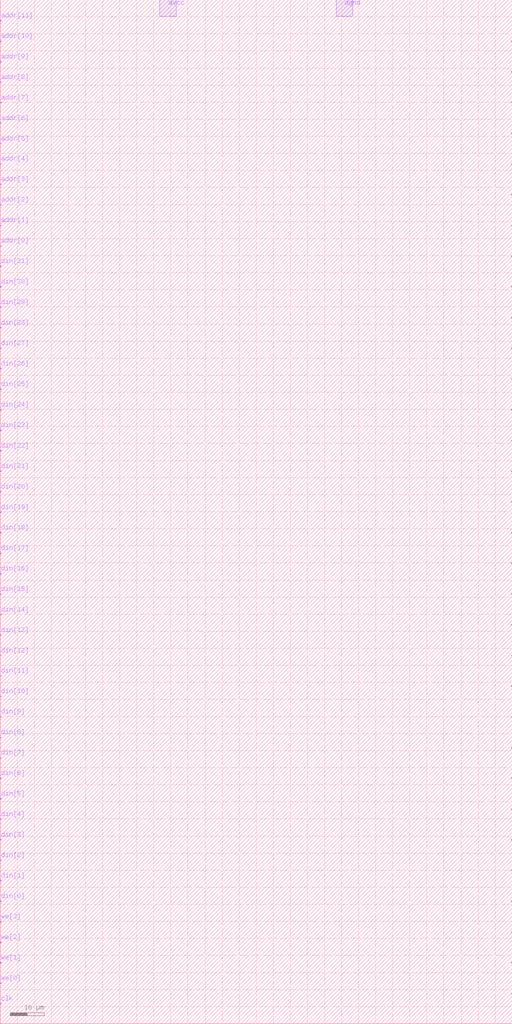
<source format=lef>
VERSION 5.6 ;

NAMESCASESENSITIVE ON ;
BUSBITCHARS "[]" ;
DIVIDERCHAR "/"  ;

MACRO bytewrite_ram_32bits
    CLASS BLOCK ;
    FOREIGN bytewrite_ram_32bits 0.000 0.000  ;
    ORIGIN 0.000 0.000 ;
    SIZE 150.0 BY 300.0 ;
    SYMMETRY x y r90 ;

    PIN dvcc
        DIRECTION  INOUT ;
	USE POWER ;
        PORT
        LAYER MET1 ;
        RECT  46.8 295.2 51.6 300.0 ;
        END
    END dvcc

    PIN dgnd
        DIRECTION  INOUT ;
	USE GROUND ;
        PORT
        LAYER MET1 ;
        RECT  98.4 295.2 103.2 300.0 ;
        END
    END dgnd

    PIN dout[0]
        DIRECTION  OUTPUT ;
	
        PORT
        LAYER MET1 ;
        RECT  149.76 8.76 150.0 9.0 ;
        END
    END dout[0]

    PIN dout[1]
        DIRECTION  OUTPUT ;
	
        PORT
        LAYER MET1 ;
        RECT  149.76 17.76 150.0 18.0 ;
        END
    END dout[1]

    PIN dout[2]
        DIRECTION  OUTPUT ;
	
        PORT
        LAYER MET1 ;
        RECT  149.76 26.76 150.0 27.0 ;
        END
    END dout[2]

    PIN dout[3]
        DIRECTION  OUTPUT ;
	
        PORT
        LAYER MET1 ;
        RECT  149.76 35.76 150.0 36.0 ;
        END
    END dout[3]

    PIN dout[4]
        DIRECTION  OUTPUT ;
	
        PORT
        LAYER MET1 ;
        RECT  149.76 44.76 150.0 45.0 ;
        END
    END dout[4]

    PIN dout[5]
        DIRECTION  OUTPUT ;
	
        PORT
        LAYER MET1 ;
        RECT  149.76 53.76 150.0 54.0 ;
        END
    END dout[5]

    PIN dout[6]
        DIRECTION  OUTPUT ;
	
        PORT
        LAYER MET1 ;
        RECT  149.76 62.76 150.0 63.0 ;
        END
    END dout[6]

    PIN dout[7]
        DIRECTION  OUTPUT ;
	
        PORT
        LAYER MET1 ;
        RECT  149.76 71.76 150.0 72.0 ;
        END
    END dout[7]

    PIN dout[8]
        DIRECTION  OUTPUT ;
	
        PORT
        LAYER MET1 ;
        RECT  149.76 80.76 150.0 81.0 ;
        END
    END dout[8]

    PIN dout[9]
        DIRECTION  OUTPUT ;
	
        PORT
        LAYER MET1 ;
        RECT  149.76 89.76 150.0 90.0 ;
        END
    END dout[9]

    PIN dout[10]
        DIRECTION  OUTPUT ;
	
        PORT
        LAYER MET1 ;
        RECT  149.76 98.76 150.0 99.0 ;
        END
    END dout[10]

    PIN dout[11]
        DIRECTION  OUTPUT ;
	
        PORT
        LAYER MET1 ;
        RECT  149.76 107.76 150.0 108.0 ;
        END
    END dout[11]

    PIN dout[12]
        DIRECTION  OUTPUT ;
	
        PORT
        LAYER MET1 ;
        RECT  149.76 116.76 150.0 117.0 ;
        END
    END dout[12]

    PIN dout[13]
        DIRECTION  OUTPUT ;
	
        PORT
        LAYER MET1 ;
        RECT  149.76 125.76 150.0 126.0 ;
        END
    END dout[13]

    PIN dout[14]
        DIRECTION  OUTPUT ;
	
        PORT
        LAYER MET1 ;
        RECT  149.76 134.76 150.0 135.0 ;
        END
    END dout[14]

    PIN dout[15]
        DIRECTION  OUTPUT ;
	
        PORT
        LAYER MET1 ;
        RECT  149.76 143.76 150.0 144.0 ;
        END
    END dout[15]

    PIN dout[16]
        DIRECTION  OUTPUT ;
	
        PORT
        LAYER MET1 ;
        RECT  149.76 152.76 150.0 153.0 ;
        END
    END dout[16]

    PIN dout[17]
        DIRECTION  OUTPUT ;
	
        PORT
        LAYER MET1 ;
        RECT  149.76 161.76 150.0 162.0 ;
        END
    END dout[17]

    PIN dout[18]
        DIRECTION  OUTPUT ;
	
        PORT
        LAYER MET1 ;
        RECT  149.76 170.76 150.0 171.0 ;
        END
    END dout[18]

    PIN dout[19]
        DIRECTION  OUTPUT ;
	
        PORT
        LAYER MET1 ;
        RECT  149.76 179.76 150.0 180.0 ;
        END
    END dout[19]

    PIN dout[20]
        DIRECTION  OUTPUT ;
	
        PORT
        LAYER MET1 ;
        RECT  149.76 188.76 150.0 189.0 ;
        END
    END dout[20]

    PIN dout[21]
        DIRECTION  OUTPUT ;
	
        PORT
        LAYER MET1 ;
        RECT  149.76 197.76 150.0 198.0 ;
        END
    END dout[21]

    PIN dout[22]
        DIRECTION  OUTPUT ;
	
        PORT
        LAYER MET1 ;
        RECT  149.76 206.76 150.0 207.0 ;
        END
    END dout[22]

    PIN dout[23]
        DIRECTION  OUTPUT ;
	
        PORT
        LAYER MET1 ;
        RECT  149.76 215.76 150.0 216.0 ;
        END
    END dout[23]

    PIN dout[24]
        DIRECTION  OUTPUT ;
	
        PORT
        LAYER MET1 ;
        RECT  149.76 224.76 150.0 225.0 ;
        END
    END dout[24]

    PIN dout[25]
        DIRECTION  OUTPUT ;
	
        PORT
        LAYER MET1 ;
        RECT  149.76 233.76 150.0 234.0 ;
        END
    END dout[25]

    PIN dout[26]
        DIRECTION  OUTPUT ;
	
        PORT
        LAYER MET1 ;
        RECT  149.76 242.76 150.0 243.0 ;
        END
    END dout[26]

    PIN dout[27]
        DIRECTION  OUTPUT ;
	
        PORT
        LAYER MET1 ;
        RECT  149.76 251.76 150.0 252.0 ;
        END
    END dout[27]

    PIN dout[28]
        DIRECTION  OUTPUT ;
	
        PORT
        LAYER MET1 ;
        RECT  149.76 260.76 150.0 261.0 ;
        END
    END dout[28]

    PIN dout[29]
        DIRECTION  OUTPUT ;
	
        PORT
        LAYER MET1 ;
        RECT  149.76 269.76 150.0 270.0 ;
        END
    END dout[29]

    PIN dout[30]
        DIRECTION  OUTPUT ;
	
        PORT
        LAYER MET1 ;
        RECT  149.76 278.76 150.0 279.0 ;
        END
    END dout[30]

    PIN dout[31]
        DIRECTION  OUTPUT ;
	
        PORT
        LAYER MET1 ;
        RECT  149.76 287.76 150.0 288.0 ;
        END
    END dout[31]

    PIN clk
        DIRECTION  INPUT ;
	
        PORT
        LAYER MET1 ;
        RECT  0 5.76 0.24 6.0 ;
        END
    END clk

    PIN we[0]
        DIRECTION  INPUT ;
	
        PORT
        LAYER MET1 ;
        RECT  0 11.76 0.24 12.0 ;
        END
    END we[0]

    PIN we[1]
        DIRECTION  INPUT ;
	
        PORT
        LAYER MET1 ;
        RECT  0 17.76 0.24 18.0 ;
        END
    END we[1]

    PIN we[2]
        DIRECTION  INPUT ;
	
        PORT
        LAYER MET1 ;
        RECT  0 23.76 0.24 24.0 ;
        END
    END we[2]

    PIN we[3]
        DIRECTION  INPUT ;
	
        PORT
        LAYER MET1 ;
        RECT  0 29.76 0.24 30.0 ;
        END
    END we[3]

    PIN din[0]
        DIRECTION  INPUT ;
	
        PORT
        LAYER MET1 ;
        RECT  0 35.76 0.24 36.0 ;
        END
    END din[0]

    PIN din[1]
        DIRECTION  INPUT ;
	
        PORT
        LAYER MET1 ;
        RECT  0 41.76 0.24 42.0 ;
        END
    END din[1]

    PIN din[2]
        DIRECTION  INPUT ;
	
        PORT
        LAYER MET1 ;
        RECT  0 47.76 0.24 48.0 ;
        END
    END din[2]

    PIN din[3]
        DIRECTION  INPUT ;
	
        PORT
        LAYER MET1 ;
        RECT  0 53.76 0.24 54.0 ;
        END
    END din[3]

    PIN din[4]
        DIRECTION  INPUT ;
	
        PORT
        LAYER MET1 ;
        RECT  0 59.76 0.24 60.0 ;
        END
    END din[4]

    PIN din[5]
        DIRECTION  INPUT ;
	
        PORT
        LAYER MET1 ;
        RECT  0 65.76 0.24 66.0 ;
        END
    END din[5]

    PIN din[6]
        DIRECTION  INPUT ;
	
        PORT
        LAYER MET1 ;
        RECT  0 71.76 0.24 72.0 ;
        END
    END din[6]

    PIN din[7]
        DIRECTION  INPUT ;
	
        PORT
        LAYER MET1 ;
        RECT  0 77.76 0.24 78.0 ;
        END
    END din[7]

    PIN din[8]
        DIRECTION  INPUT ;
	
        PORT
        LAYER MET1 ;
        RECT  0 83.76 0.24 84.0 ;
        END
    END din[8]

    PIN din[9]
        DIRECTION  INPUT ;
	
        PORT
        LAYER MET1 ;
        RECT  0 89.76 0.24 90.0 ;
        END
    END din[9]

    PIN din[10]
        DIRECTION  INPUT ;
	
        PORT
        LAYER MET1 ;
        RECT  0 95.76 0.24 96.0 ;
        END
    END din[10]

    PIN din[11]
        DIRECTION  INPUT ;
	
        PORT
        LAYER MET1 ;
        RECT  0 101.76 0.24 102.0 ;
        END
    END din[11]

    PIN din[12]
        DIRECTION  INPUT ;
	
        PORT
        LAYER MET1 ;
        RECT  0 107.76 0.24 108.0 ;
        END
    END din[12]

    PIN din[13]
        DIRECTION  INPUT ;
	
        PORT
        LAYER MET1 ;
        RECT  0 113.76 0.24 114.0 ;
        END
    END din[13]

    PIN din[14]
        DIRECTION  INPUT ;
	
        PORT
        LAYER MET1 ;
        RECT  0 119.76 0.24 120.0 ;
        END
    END din[14]

    PIN din[15]
        DIRECTION  INPUT ;
	
        PORT
        LAYER MET1 ;
        RECT  0 125.76 0.24 126.0 ;
        END
    END din[15]

    PIN din[16]
        DIRECTION  INPUT ;
	
        PORT
        LAYER MET1 ;
        RECT  0 131.76 0.24 132.0 ;
        END
    END din[16]

    PIN din[17]
        DIRECTION  INPUT ;
	
        PORT
        LAYER MET1 ;
        RECT  0 137.76 0.24 138.0 ;
        END
    END din[17]

    PIN din[18]
        DIRECTION  INPUT ;
	
        PORT
        LAYER MET1 ;
        RECT  0 143.76 0.24 144.0 ;
        END
    END din[18]

    PIN din[19]
        DIRECTION  INPUT ;
	
        PORT
        LAYER MET1 ;
        RECT  0 149.76 0.24 150.0 ;
        END
    END din[19]

    PIN din[20]
        DIRECTION  INPUT ;
	
        PORT
        LAYER MET1 ;
        RECT  0 155.76 0.24 156.0 ;
        END
    END din[20]

    PIN din[21]
        DIRECTION  INPUT ;
	
        PORT
        LAYER MET1 ;
        RECT  0 161.76 0.24 162.0 ;
        END
    END din[21]

    PIN din[22]
        DIRECTION  INPUT ;
	
        PORT
        LAYER MET1 ;
        RECT  0 167.76 0.24 168.0 ;
        END
    END din[22]

    PIN din[23]
        DIRECTION  INPUT ;
	
        PORT
        LAYER MET1 ;
        RECT  0 173.76 0.24 174.0 ;
        END
    END din[23]

    PIN din[24]
        DIRECTION  INPUT ;
	
        PORT
        LAYER MET1 ;
        RECT  0 179.76 0.24 180.0 ;
        END
    END din[24]

    PIN din[25]
        DIRECTION  INPUT ;
	
        PORT
        LAYER MET1 ;
        RECT  0 185.76 0.24 186.0 ;
        END
    END din[25]

    PIN din[26]
        DIRECTION  INPUT ;
	
        PORT
        LAYER MET1 ;
        RECT  0 191.76 0.24 192.0 ;
        END
    END din[26]

    PIN din[27]
        DIRECTION  INPUT ;
	
        PORT
        LAYER MET1 ;
        RECT  0 197.76 0.24 198.0 ;
        END
    END din[27]

    PIN din[28]
        DIRECTION  INPUT ;
	
        PORT
        LAYER MET1 ;
        RECT  0 203.76 0.24 204.0 ;
        END
    END din[28]

    PIN din[29]
        DIRECTION  INPUT ;
	
        PORT
        LAYER MET1 ;
        RECT  0 209.76 0.24 210.0 ;
        END
    END din[29]

    PIN din[30]
        DIRECTION  INPUT ;
	
        PORT
        LAYER MET1 ;
        RECT  0 215.76 0.24 216.0 ;
        END
    END din[30]

    PIN din[31]
        DIRECTION  INPUT ;
	
        PORT
        LAYER MET1 ;
        RECT  0 221.76 0.24 222.0 ;
        END
    END din[31]

    PIN addr[0]
        DIRECTION  INPUT ;
	
        PORT
        LAYER MET1 ;
        RECT  0 227.76 0.24 228.0 ;
        END
    END addr[0]

    PIN addr[1]
        DIRECTION  INPUT ;
	
        PORT
        LAYER MET1 ;
        RECT  0 233.76 0.24 234.0 ;
        END
    END addr[1]

    PIN addr[2]
        DIRECTION  INPUT ;
	
        PORT
        LAYER MET1 ;
        RECT  0 239.76 0.24 240.0 ;
        END
    END addr[2]

    PIN addr[3]
        DIRECTION  INPUT ;
	
        PORT
        LAYER MET1 ;
        RECT  0 245.76 0.24 246.0 ;
        END
    END addr[3]

    PIN addr[4]
        DIRECTION  INPUT ;
	
        PORT
        LAYER MET1 ;
        RECT  0 251.76 0.24 252.0 ;
        END
    END addr[4]

    PIN addr[5]
        DIRECTION  INPUT ;
	
        PORT
        LAYER MET1 ;
        RECT  0 257.76 0.24 258.0 ;
        END
    END addr[5]

    PIN addr[6]
        DIRECTION  INPUT ;
	
        PORT
        LAYER MET1 ;
        RECT  0 263.76 0.24 264.0 ;
        END
    END addr[6]

    PIN addr[7]
        DIRECTION  INPUT ;
	
        PORT
        LAYER MET1 ;
        RECT  0 269.76 0.24 270.0 ;
        END
    END addr[7]

    PIN addr[8]
        DIRECTION  INPUT ;
	
        PORT
        LAYER MET1 ;
        RECT  0 275.76 0.24 276.0 ;
        END
    END addr[8]

    PIN addr[9]
        DIRECTION  INPUT ;
	
        PORT
        LAYER MET1 ;
        RECT  0 281.76 0.24 282.0 ;
        END
    END addr[9]

    PIN addr[10]
        DIRECTION  INPUT ;
	
        PORT
        LAYER MET1 ;
        RECT  0 287.76 0.24 288.0 ;
        END
    END addr[10]

    PIN addr[11]
        DIRECTION  INPUT ;
	
        PORT
        LAYER MET1 ;
        RECT  0 293.76 0.24 294.0 ;
        END
    END addr[11]

END bytewrite_ram_32bits

END LIBRARY

</source>
